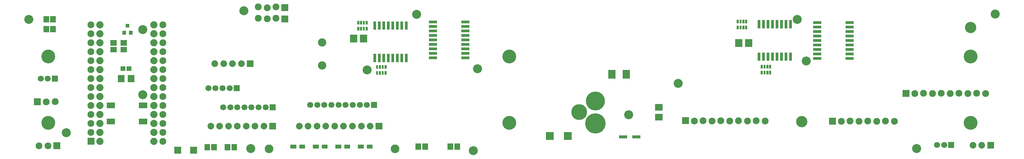
<source format=gts>
G04 start of page 9 for group 2 layer_idx 10 *
G04 Title: AYAB-RS_E, top_mask *
G04 Creator: pcb-rnd 1.2.8 *
G04 CreationDate: 2018-05-30 20:35:32 UTC *
G04 For: Windell H. Oskay *
G04 Format: Gerber/RS-274X *
G04 PCB-Dimensions: 1100000 207000 *
G04 PCB-Coordinate-Origin: lower left *
%MOIN*%
%FSLAX25Y25*%
%LNTOPMASK*%
%ADD174C,0.0759*%
%ADD173C,0.1260*%
%ADD172C,0.0920*%
%ADD171C,0.1760*%
%ADD170C,0.2110*%
%ADD169C,0.2260*%
%ADD168C,0.1540*%
%ADD167C,0.0970*%
%ADD166C,0.0669*%
%ADD165C,0.0739*%
%ADD164C,0.1000*%
%ADD163C,0.0001*%
%ADD162C,0.0800*%
%ADD161C,0.0760*%
G54D161*X85000Y115000D03*
Y125000D03*
Y135000D03*
G54D162*X95000Y125000D03*
Y135000D03*
G54D163*G36*
X122138Y119042D02*X114840D01*
Y110958D01*
X122138D01*
Y119042D01*
G37*
G36*
X133160D02*X125862D01*
Y110958D01*
X133160D01*
Y119042D01*
G37*
G36*
X117988Y128468D02*Y123532D01*
X123320D01*
Y128468D01*
X117988D01*
G37*
G36*
X124680D02*Y123532D01*
X130012D01*
Y128468D01*
X124680D01*
G37*
G54D161*X85000Y85000D03*
Y95000D03*
Y105000D03*
G54D162*X95000Y85000D03*
G54D163*G36*
X102538Y88226D02*Y81884D01*
X111636D01*
Y88226D01*
X102538D01*
G37*
G54D162*X95000Y95000D03*
Y105000D03*
Y115000D03*
G54D161*X85000Y65000D03*
Y75000D03*
G54D163*G36*
X81200Y48800D02*X88800D01*
Y41200D01*
X81200D01*
Y48800D01*
G37*
G54D161*X85000Y55000D03*
G54D162*X95000Y45000D03*
G54D164*X57500Y54500D03*
G54D162*X95000Y55000D03*
Y65000D03*
Y75000D03*
G54D163*G36*
X102538Y70116D02*Y63774D01*
X111636D01*
Y70116D01*
X102538D01*
G37*
G54D161*X165000Y135000D03*
Y125000D03*
Y115000D03*
Y105000D03*
Y95000D03*
Y85000D03*
G54D162*X155000Y135000D03*
Y125000D03*
Y115000D03*
Y105000D03*
Y95000D03*
Y85000D03*
G54D165*X232472Y131500D03*
X222630D03*
G54D166*X231252Y104331D03*
X223378D03*
G54D165*X252157Y131500D03*
X242315D03*
G54D166*X239126Y104331D03*
X215504D03*
X231882Y83000D03*
G54D163*G36*
X243654Y107678D02*X250346D01*
Y100984D01*
X243654D01*
Y107678D01*
G37*
G54D166*X247630Y83000D03*
X239756D03*
X263378D03*
X255504D03*
X279126D03*
X271252D03*
G54D163*G36*
X258306Y135194D02*X265694D01*
Y127806D01*
X258306D01*
Y135194D01*
G37*
G54D161*X165000Y75000D03*
G54D162*X155000D03*
G54D163*G36*
X138264Y88326D02*Y81784D01*
X147562D01*
Y88326D01*
X138264D01*
G37*
G54D164*X142500Y97000D03*
G54D161*X165000Y65000D03*
G54D162*X155000D03*
G54D163*G36*
X138364Y70116D02*Y63774D01*
X147462D01*
Y70116D01*
X138364D01*
G37*
G54D165*X218102Y62000D03*
X247630D03*
X237787D03*
X227945D03*
X277157D03*
X267315D03*
X257472D03*
G54D161*X165000Y55000D03*
G54D162*X155000D03*
G54D161*X165000Y45000D03*
G54D162*X155000D03*
G54D163*G36*
X177700Y38800D02*X185300D01*
Y31200D01*
X177700D01*
Y38800D01*
G37*
G36*
X217319Y41952D02*X211201D01*
Y35048D01*
X217319D01*
Y41952D01*
G37*
G36*
X195200Y38800D02*X202800D01*
Y31200D01*
X195200D01*
Y38800D01*
G37*
G36*
X239819Y41952D02*X233701D01*
Y35048D01*
X239819D01*
Y41952D01*
G37*
G36*
X247299D02*X241181D01*
Y35048D01*
X247299D01*
Y41952D01*
G37*
G36*
X224799D02*X218681D01*
Y35048D01*
X224799D01*
Y41952D01*
G37*
G54D164*X262500Y37000D03*
G54D167*X283000Y36500D03*
G54D163*G36*
X283306Y65694D02*X290694D01*
Y58307D01*
X283306D01*
Y65694D01*
G37*
G36*
X283654Y86346D02*X290346D01*
Y79654D01*
X283654D01*
Y86346D01*
G37*
G54D168*X550000Y65500D03*
G54D163*G36*
X610700Y55300D02*X619300D01*
Y46700D01*
X610700D01*
Y55300D01*
G37*
G36*
X590700D02*X599300D01*
Y46700D01*
X590700D01*
Y55300D01*
G37*
G36*
X671850Y51750D02*Y48250D01*
X681050D01*
Y51750D01*
X671850D01*
G37*
G54D169*X645500Y65000D03*
G54D163*G36*
X668000Y124500D02*X660000D01*
Y115000D01*
X668000D01*
Y124500D01*
G37*
G36*
X684000D02*X676000D01*
Y115000D01*
X684000D01*
Y124500D01*
G37*
G54D164*X514500Y126000D03*
G54D170*X645500Y90000D03*
G54D171*X627500Y77500D03*
G54D163*G36*
X487659Y42552D02*X481341D01*
Y35448D01*
X487659D01*
Y42552D01*
G37*
G36*
X495139D02*X488821D01*
Y35448D01*
X495139D01*
Y42552D01*
G37*
G36*
X840886Y123472D02*X838714D01*
Y119528D01*
X840886D01*
Y123472D01*
G37*
G36*
Y130165D02*X838714D01*
Y126221D01*
X840886D01*
Y130165D01*
G37*
G36*
X837736Y123472D02*X835564D01*
Y119528D01*
X837736D01*
Y123472D01*
G37*
G36*
Y130165D02*X835564D01*
Y126221D01*
X837736D01*
Y130165D01*
G37*
G36*
X834586Y123472D02*X832414D01*
Y119528D01*
X834586D01*
Y123472D01*
G37*
G36*
Y130165D02*X832414D01*
Y126221D01*
X834586D01*
Y130165D01*
G37*
G36*
X831437Y123472D02*X829265D01*
Y119528D01*
X831437D01*
Y123472D01*
G37*
G36*
Y130165D02*X829265D01*
Y126221D01*
X831437D01*
Y130165D01*
G37*
G36*
X686450Y51750D02*Y48250D01*
X695550D01*
Y51750D01*
X686450D01*
G37*
G54D164*X682500Y74500D03*
G54D161*X755473Y67606D03*
G54D163*G36*
X711858Y75738D02*Y68240D01*
X720142D01*
Y75738D01*
X711858D01*
G37*
G36*
Y86760D02*Y79262D01*
X720142D01*
Y86760D01*
X711858D01*
G37*
G54D164*X737500Y109500D03*
G54D163*G36*
X741830Y71800D02*X749430D01*
Y64200D01*
X741830D01*
Y71800D01*
G37*
G54D161*X765315Y68000D03*
X775158Y67606D03*
X785000Y68000D03*
X794843Y67606D03*
X804685Y68000D03*
X814528Y67606D03*
X824370Y68000D03*
X834213Y67606D03*
G54D163*G36*
X381610Y41350D02*Y36850D01*
X388110D01*
Y41350D01*
X381610D01*
G37*
G36*
X366510D02*Y36850D01*
X373010D01*
Y41350D01*
X366510D01*
G37*
G54D165*X375555Y62000D03*
G54D163*G36*
X396154Y88846D02*X402846D01*
Y82154D01*
X396154D01*
Y88846D01*
G37*
G54D166*X391626Y85500D03*
X383752D03*
G54D163*G36*
X391510Y41350D02*Y36850D01*
X398010D01*
Y41350D01*
X391510D01*
G37*
G36*
X401390Y65694D02*X408776D01*
Y58307D01*
X401390D01*
Y65694D01*
G37*
G54D165*X395240Y62000D03*
X385398D03*
G54D166*X375878Y85500D03*
G54D165*X365713Y62000D03*
G54D166*X368004Y85500D03*
X360130D03*
X352256D03*
G54D165*X355870Y62000D03*
X346028D03*
G54D166*X344382Y85500D03*
X336508D03*
X328634D03*
G54D165*X336185Y62000D03*
X326343D03*
X316500D03*
G54D167*X423000Y36500D03*
G54D163*G36*
X451919Y42552D02*X445601D01*
Y35448D01*
X451919D01*
Y42552D01*
G37*
G36*
X459399D02*X453081D01*
Y35448D01*
X459399D01*
Y42552D01*
G37*
G36*
X316510Y41350D02*Y36850D01*
X323010D01*
Y41350D01*
X316510D01*
G37*
G36*
X306610D02*Y36850D01*
X313110D01*
Y41350D01*
X306610D01*
G37*
G36*
X331610D02*Y36850D01*
X338110D01*
Y41350D01*
X331610D01*
G37*
G54D164*X510000Y34500D03*
G54D163*G36*
X341510Y41350D02*Y36850D01*
X348010D01*
Y41350D01*
X341510D01*
G37*
G36*
X356610D02*Y36850D01*
X363110D01*
Y41350D01*
X356610D01*
G37*
G54D172*X342000Y129700D03*
G54D164*X392000Y124500D03*
G54D163*G36*
X460500Y139500D02*Y136500D01*
X469500D01*
Y139500D01*
X460500D01*
G37*
G36*
X496500D02*Y136500D01*
X505500D01*
Y139500D01*
X496500D01*
G37*
G36*
X413488Y123279D02*X411316D01*
Y119335D01*
X413488D01*
Y123279D01*
G37*
G36*
Y129972D02*X411316D01*
Y126028D01*
X413488D01*
Y129972D01*
G37*
G36*
X410338Y123279D02*X408166D01*
Y119335D01*
X410338D01*
Y123279D01*
G37*
G36*
X407188D02*X405016D01*
Y119335D01*
X407188D01*
Y123279D01*
G37*
G36*
X404039D02*X401867D01*
Y119335D01*
X404039D01*
Y123279D01*
G37*
G36*
X410338Y129972D02*X408166D01*
Y126028D01*
X410338D01*
Y129972D01*
G37*
G36*
X407188D02*X405016D01*
Y126028D01*
X407188D01*
Y129972D01*
G37*
G36*
X404039D02*X401867D01*
Y126028D01*
X404039D01*
Y129972D01*
G37*
G54D173*X875000Y67000D03*
G54D163*G36*
X887500Y139000D02*Y136000D01*
X896500D01*
Y139000D01*
X887500D01*
G37*
G36*
X905200Y71300D02*X912800D01*
Y63700D01*
X905200D01*
Y71300D01*
G37*
G36*
X923500Y139000D02*Y136000D01*
X932500D01*
Y139000D01*
X923500D01*
G37*
G36*
X986830Y102300D02*X994430D01*
Y94700D01*
X986830D01*
Y102300D01*
G37*
G54D161*X918843Y67106D03*
X928685Y67500D03*
X938528Y67106D03*
X948370Y67500D03*
X958213Y67106D03*
X968055Y67500D03*
X977898Y67106D03*
G54D165*X1065158Y40500D03*
G54D163*G36*
X1037654Y44346D02*X1044346D01*
Y37654D01*
X1037654D01*
Y44346D01*
G37*
G54D166*X1033126Y41000D03*
X1025252D03*
G54D161*X1000473Y98106D03*
X1010315Y98500D03*
X1020158Y98106D03*
X1030000Y98500D03*
X1039843Y98106D03*
X1049685Y98500D03*
X1059528Y98106D03*
X1069370Y98500D03*
G54D165*X1075000Y40500D03*
G54D161*X1079213Y98106D03*
G54D164*X880000Y134500D03*
G54D163*G36*
X1081150Y44194D02*X1088536D01*
Y36806D01*
X1081150D01*
Y44194D01*
G37*
G54D164*X1002500Y37000D03*
G54D168*X1062500Y65500D03*
G54D163*G36*
X844000Y144000D02*X841000D01*
Y134800D01*
X844000D01*
Y144000D01*
G37*
G36*
X808938Y158842D02*X801040D01*
Y150158D01*
X808938D01*
Y158842D01*
G37*
G36*
X819960D02*X812062D01*
Y150158D01*
X819960D01*
Y158842D01*
G37*
G36*
X829000Y144000D02*X826000D01*
Y134800D01*
X829000D01*
Y144000D01*
G37*
G36*
X834000D02*X831000D01*
Y134800D01*
X834000D01*
Y144000D01*
G37*
G36*
X839000D02*X836000D01*
Y134800D01*
X839000D01*
Y144000D01*
G37*
G36*
X849000D02*X846000D01*
Y134800D01*
X849000D01*
Y144000D01*
G37*
G36*
X854000D02*X851000D01*
Y134800D01*
X854000D01*
Y144000D01*
G37*
G36*
X859000D02*X856000D01*
Y134800D01*
X859000D01*
Y144000D01*
G37*
G36*
X887500D02*Y141000D01*
X896500D01*
Y144000D01*
X887500D01*
G37*
G36*
X864000D02*X861000D01*
Y134800D01*
X864000D01*
Y144000D01*
G37*
G36*
X887500Y164000D02*Y161000D01*
X896500D01*
Y164000D01*
X887500D01*
G37*
G36*
Y159000D02*Y156000D01*
X896500D01*
Y159000D01*
X887500D01*
G37*
G36*
Y154000D02*Y151000D01*
X896500D01*
Y154000D01*
X887500D01*
G37*
G36*
Y149000D02*Y146000D01*
X896500D01*
Y149000D01*
X887500D01*
G37*
G36*
Y169000D02*Y166000D01*
X896500D01*
Y169000D01*
X887500D01*
G37*
G54D168*X1062500Y139500D03*
G54D173*Y172000D03*
G54D164*X1090000Y187000D03*
G54D163*G36*
X864000Y180200D02*X861000D01*
Y171000D01*
X864000D01*
Y180200D01*
G37*
G36*
X859000D02*X856000D01*
Y171000D01*
X859000D01*
Y180200D01*
G37*
G36*
X854000D02*X851000D01*
Y171000D01*
X854000D01*
Y180200D01*
G37*
G36*
X849000D02*X846000D01*
Y171000D01*
X849000D01*
Y180200D01*
G37*
G36*
X844000D02*X841000D01*
Y171000D01*
X844000D01*
Y180200D01*
G37*
G36*
X887500Y179000D02*Y176000D01*
X896500D01*
Y179000D01*
X887500D01*
G37*
G36*
X923500D02*Y176000D01*
X932500D01*
Y179000D01*
X923500D01*
G37*
G36*
X839000Y180200D02*X836000D01*
Y171000D01*
X839000D01*
Y180200D01*
G37*
G36*
X834000D02*X831000D01*
Y171000D01*
X834000D01*
Y180200D01*
G37*
G36*
X814236Y173972D02*X812064D01*
Y170028D01*
X814236D01*
Y173972D01*
G37*
G36*
Y180665D02*X812064D01*
Y176721D01*
X814236D01*
Y180665D01*
G37*
G36*
X811086Y173972D02*X808914D01*
Y170028D01*
X811086D01*
Y173972D01*
G37*
G36*
Y180665D02*X808914D01*
Y176721D01*
X811086D01*
Y180665D01*
G37*
G36*
X807936Y173972D02*X805764D01*
Y170028D01*
X807936D01*
Y173972D01*
G37*
G36*
Y180665D02*X805764D01*
Y176721D01*
X807936D01*
Y180665D01*
G37*
G36*
X829000Y180200D02*X826000D01*
Y171000D01*
X829000D01*
Y180200D01*
G37*
G36*
X804787Y173972D02*X802615D01*
Y170028D01*
X804787D01*
Y173972D01*
G37*
G36*
Y180665D02*X802615D01*
Y176721D01*
X804787D01*
Y180665D01*
G37*
G54D164*X870000Y181000D03*
G54D163*G36*
X887500Y174000D02*Y171000D01*
X896500D01*
Y174000D01*
X887500D01*
G37*
G36*
X923500Y169000D02*Y166000D01*
X932500D01*
Y169000D01*
X923500D01*
G37*
G36*
Y174000D02*Y171000D01*
X932500D01*
Y174000D01*
X923500D01*
G37*
G36*
Y144000D02*Y141000D01*
X932500D01*
Y144000D01*
X923500D01*
G37*
G36*
Y149000D02*Y146000D01*
X932500D01*
Y149000D01*
X923500D01*
G37*
G36*
Y154000D02*Y151000D01*
X932500D01*
Y154000D01*
X923500D01*
G37*
G36*
Y159000D02*Y156000D01*
X932500D01*
Y159000D01*
X923500D01*
G37*
G36*
Y164000D02*Y161000D01*
X932500D01*
Y164000D01*
X923500D01*
G37*
G36*
X389386Y179279D02*X387214D01*
Y175335D01*
X389386D01*
Y179279D01*
G37*
G36*
X386236D02*X384064D01*
Y175335D01*
X386236D01*
Y179279D01*
G37*
G36*
X383087D02*X380915D01*
Y175335D01*
X383087D01*
Y179279D01*
G37*
G36*
Y172586D02*X380915D01*
Y168642D01*
X383087D01*
Y172586D01*
G37*
G36*
X392536D02*X390364D01*
Y168642D01*
X392536D01*
Y172586D01*
G37*
G36*
Y179279D02*X390364D01*
Y175335D01*
X392536D01*
Y179279D01*
G37*
G36*
X389386Y172586D02*X387214D01*
Y168642D01*
X389386D01*
Y172586D01*
G37*
G36*
X386236D02*X384064D01*
Y168642D01*
X386236D01*
Y172586D01*
G37*
G36*
X391960Y163842D02*X384062D01*
Y155158D01*
X391960D01*
Y163842D01*
G37*
G36*
X380938D02*X373040D01*
Y155158D01*
X380938D01*
Y163842D01*
G37*
G36*
X437000Y178700D02*X434000D01*
Y169500D01*
X437000D01*
Y178700D01*
G37*
G36*
X432000D02*X429000D01*
Y169500D01*
X432000D01*
Y178700D01*
G37*
G36*
X427000D02*X424000D01*
Y169500D01*
X427000D01*
Y178700D01*
G37*
G36*
X422000D02*X419000D01*
Y169500D01*
X422000D01*
Y178700D01*
G37*
G36*
X417000D02*X414000D01*
Y169500D01*
X417000D01*
Y178700D01*
G37*
G54D164*X447000Y186500D03*
G54D163*G36*
X460500Y149500D02*Y146500D01*
X469500D01*
Y149500D01*
X460500D01*
G37*
G36*
Y144500D02*Y141500D01*
X469500D01*
Y144500D01*
X460500D01*
G37*
G36*
X412000Y178700D02*X409000D01*
Y169500D01*
X412000D01*
Y178700D01*
G37*
G36*
X407000D02*X404000D01*
Y169500D01*
X407000D01*
Y178700D01*
G37*
G36*
X402000D02*X399000D01*
Y169500D01*
X402000D01*
Y178700D01*
G37*
G36*
Y142500D02*X399000D01*
Y133300D01*
X402000D01*
Y142500D01*
G37*
G36*
X407000D02*X404000D01*
Y133300D01*
X407000D01*
Y142500D01*
G37*
G36*
X412000D02*X409000D01*
Y133300D01*
X412000D01*
Y142500D01*
G37*
G36*
X432000D02*X429000D01*
Y133300D01*
X432000D01*
Y142500D01*
G37*
G36*
X417000D02*X414000D01*
Y133300D01*
X417000D01*
Y142500D01*
G37*
G36*
X422000D02*X419000D01*
Y133300D01*
X422000D01*
Y142500D01*
G37*
G36*
X427000D02*X424000D01*
Y133300D01*
X427000D01*
Y142500D01*
G37*
G36*
X437000D02*X434000D01*
Y133300D01*
X437000D01*
Y142500D01*
G37*
G36*
X460500Y164500D02*Y161500D01*
X469500D01*
Y164500D01*
X460500D01*
G37*
G36*
Y159500D02*Y156500D01*
X469500D01*
Y159500D01*
X460500D01*
G37*
G36*
Y154500D02*Y151500D01*
X469500D01*
Y154500D01*
X460500D01*
G37*
G54D172*X342000Y155300D03*
G54D163*G36*
X460500Y179500D02*Y176500D01*
X469500D01*
Y179500D01*
X460500D01*
G37*
G36*
Y174500D02*Y171500D01*
X469500D01*
Y174500D01*
X460500D01*
G37*
G36*
Y169500D02*Y166500D01*
X469500D01*
Y169500D01*
X460500D01*
G37*
G36*
X496500Y144500D02*Y141500D01*
X505500D01*
Y144500D01*
X496500D01*
G37*
G36*
Y149500D02*Y146500D01*
X505500D01*
Y149500D01*
X496500D01*
G37*
G36*
Y154500D02*Y151500D01*
X505500D01*
Y154500D01*
X496500D01*
G37*
G36*
Y159500D02*Y156500D01*
X505500D01*
Y159500D01*
X496500D01*
G37*
G36*
Y164500D02*Y161500D01*
X505500D01*
Y164500D01*
X496500D01*
G37*
G36*
Y169500D02*Y166500D01*
X505500D01*
Y169500D01*
X496500D01*
G37*
G36*
Y174500D02*Y171500D01*
X505500D01*
Y174500D01*
X496500D01*
G37*
G36*
Y179500D02*Y176500D01*
X505500D01*
Y179500D01*
X496500D01*
G37*
G54D168*X550000Y139500D03*
G54D163*G36*
X296700Y197800D02*X304300D01*
Y190200D01*
X296700D01*
Y197800D01*
G37*
G36*
Y185300D02*X304300D01*
Y177700D01*
X296700D01*
Y185300D01*
G37*
G54D161*X290657Y194787D03*
Y182287D03*
X280815Y194000D03*
Y181500D03*
X270972Y194787D03*
Y182287D03*
G54D164*X255000Y190500D03*
G54D168*X37500Y139500D03*
G54D161*X85000Y165000D03*
Y175000D03*
Y145000D03*
Y155000D03*
G54D162*X95000Y145000D03*
Y155000D03*
Y165000D03*
Y175000D03*
G54D163*G36*
X38419Y173552D02*X32101D01*
Y166448D01*
X38419D01*
Y173552D01*
G37*
G36*
X45899D02*X39581D01*
Y166448D01*
X45899D01*
Y173552D01*
G37*
G54D161*X165000Y175000D03*
G54D162*X155000D03*
G54D161*X165000Y165000D03*
G54D163*G36*
X123764Y168138D02*X119756D01*
Y163990D01*
X123764D01*
Y168138D01*
G37*
G36*
X131244D02*X127236D01*
Y163990D01*
X131244D01*
Y168138D01*
G37*
G36*
X127504Y176010D02*X123496D01*
Y171862D01*
X127504D01*
Y176010D01*
G37*
G54D162*X155000Y165000D03*
G54D164*X142500Y169500D03*
G54D161*X165000Y155000D03*
G54D162*X155000D03*
G54D163*G36*
X106548Y157799D02*Y151681D01*
X113452D01*
Y157799D01*
X106548D01*
G37*
G36*
X118048D02*Y151681D01*
X124952D01*
Y157799D01*
X118048D01*
G37*
G54D161*X165000Y145000D03*
G54D162*X155000D03*
G54D163*G36*
X106548Y150319D02*Y144201D01*
X113452D01*
Y150319D01*
X106548D01*
G37*
G36*
X118048D02*Y144201D01*
X124952D01*
Y150319D01*
X118048D01*
G37*
G54D164*X16000Y181000D03*
G54D163*G36*
X21700Y92972D02*X29300D01*
Y85372D01*
X21700D01*
Y92972D01*
G37*
G36*
X38419Y184552D02*X32101D01*
Y177448D01*
X38419D01*
Y184552D01*
G37*
G54D168*X37500Y65500D03*
G54D163*G36*
X43206Y43794D02*X50794D01*
Y36206D01*
X43206D01*
Y43794D01*
G37*
G54D174*X37157Y40000D03*
X27315D03*
G54D161*X35343Y88778D03*
X45185Y89172D03*
G54D163*G36*
X41528Y118346D02*X48220D01*
Y111654D01*
X41528D01*
Y118346D01*
G37*
G36*
X45899Y184552D02*X39581D01*
Y177448D01*
X45899D01*
Y184552D01*
G37*
G54D166*X37000Y115000D03*
X29126D03*
M02*

</source>
